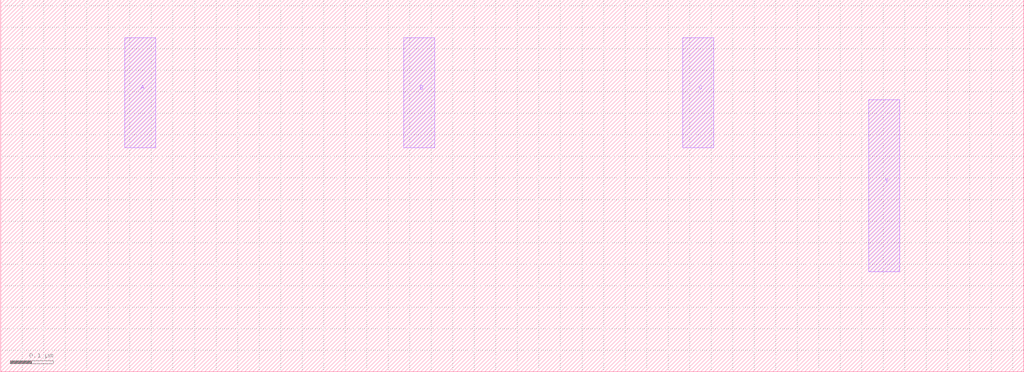
<source format=lef>
VERSION 5.6 ;
BUSBITCHARS "[]" ;
DIVIDERCHAR "/" ;

MACRO AND2x2
  CLASS CORE ;
  ORIGIN 0 0 ;
  FOREIGN AND2x2 0 0 ;
SIZE 1.296 BY 0.432 ;
  SYMMETRY X Y ;
  SITE coreSite ;
  PIN A
    DIRECTION INPUT ;
    USE SIGNAL ;
    PORT
      LAYER M1 ;
RECT 0.72 0.088 0.792 0.344 ;
    END
  END A
  PIN B
    DIRECTION INPUT ;
    USE SIGNAL ;
    PORT
      LAYER M1 ;
RECT 0.936 0.088 1.008 0.344 ;
    END
  END B
  PIN Y
    DIRECTION OUTPUT ;
    USE SIGNAL ;
    PORT
      LAYER M1 ;
RECT 0.288 0.088 0.36 0.344 ;
    END
  END Y
END AND2x2

MACRO AND3x1
  CLASS CORE ;
  ORIGIN 0 0 ;
  FOREIGN AND3x1 0 0 ;
SIZE 1.296 BY 0.432 ;
  SYMMETRY X Y ;
  SITE coreSite ;
  PIN A
    DIRECTION INPUT ;
    USE SIGNAL ;
    PORT
      LAYER M1 ;
RECT 0.936 0.088 1.008 0.344 ;
    END
  END A
  PIN B
    DIRECTION INPUT ;
    USE SIGNAL ;
    PORT
      LAYER M1 ;
RECT 0.72 0.088 0.792 0.344 ;
    END
  END B
  PIN C
    DIRECTION INPUT ;
    USE SIGNAL ;
    PORT
      LAYER M1 ;
RECT 0.504 0.088 0.576 0.344 ;
    END
  END C
  PIN Y
    DIRECTION OUTPUT ;
    USE SIGNAL ;
    PORT
      LAYER M1 ;
RECT 0.072 0.088 0.144 0.344 ;
    END
  END Y
END AND3x1

MACRO AND3x2
  CLASS CORE ;
  ORIGIN 0 0 ;
  FOREIGN AND3x2 0 0 ;
SIZE 1.512 BY 0.432 ;
  SYMMETRY X Y ;
  SITE coreSite ;
  PIN A
    DIRECTION INPUT ;
    USE SIGNAL ;
    PORT
      LAYER M1 ;
RECT 1.152 0.088 1.224 0.344 ;
    END
  END A
  PIN B
    DIRECTION INPUT ;
    USE SIGNAL ;
    PORT
      LAYER M1 ;
RECT 0.936 0.088 1.008 0.344 ;
    END
  END B
  PIN C
    DIRECTION INPUT ;
    USE SIGNAL ;
    PORT
      LAYER M1 ;
RECT 0.72 0.088 0.792 0.344 ;
    END
  END C
  PIN Y
    DIRECTION OUTPUT ;
    USE SIGNAL ;
    PORT
      LAYER M1 ;
RECT 0.288 0.088 0.36 0.344 ;
    END
  END Y
END AND3x2

MACRO AOI21x1
  CLASS CORE ;
  ORIGIN 0 0 ;
  FOREIGN AOI21x1 0 0 ;
SIZE 1.08 BY 0.864 ;
  SYMMETRY X Y ;
  SITE coreSite ;
  PIN A1
    DIRECTION INPUT ;
    USE SIGNAL ;
    PORT
      LAYER M1 ;
RECT 0.504 0.52 0.576 0.776 ;
    END
  END A1
  PIN A2
    DIRECTION INPUT ;
    USE SIGNAL ;
    PORT
      LAYER M1 ;
RECT 0.72 0.088 0.792 0.344 ;
    END
  END A2
  PIN B
    DIRECTION INPUT ;
    USE SIGNAL ;
    PORT
      LAYER M1 ;
RECT 0.288 0.088 0.36 0.344 ;
    END
  END B
  PIN Y
    DIRECTION OUTPUT ;
    USE SIGNAL ;
    PORT
      LAYER M1 ;
RECT 0.072 0.52 0.144 0.776 ;
    END
  END Y
END AOI21x1

MACRO AOI22x1
  CLASS CORE ;
  ORIGIN 0 0 ;
  FOREIGN AOI22x1 0 0 ;
SIZE 1.296 BY 0.864 ;
  SYMMETRY X Y ;
  SITE coreSite ;
  PIN A1
    DIRECTION INPUT ;
    USE SIGNAL ;
    PORT
      LAYER M1 ;
RECT 0.936 0.232 1.008 0.632 ;
    END
  END A1
  PIN A2
    DIRECTION INPUT ;
    USE SIGNAL ;
    PORT
      LAYER M1 ;
RECT 0.72 0.088 0.792 0.344 ;
    END
  END A2
  PIN B1
    DIRECTION INPUT ;
    USE SIGNAL ;
    PORT
      LAYER M1 ;
RECT 0.288 0.52 0.36 0.776 ;
    END
  END B1
  PIN B2
    DIRECTION INPUT ;
    USE SIGNAL ;
    PORT
      LAYER M1 ;
RECT 0.504 0.088 0.576 0.344 ;
    END
  END B2
  PIN Y
    DIRECTION OUTPUT ;
    USE SIGNAL ;
    PORT
      LAYER M1 ;
RECT 0.504 0.52 0.576 0.776 ;
    END
  END Y
END AOI22x1

MACRO BUFx2
  CLASS CORE ;
  ORIGIN 0 0 ;
  FOREIGN BUFx2 0 0 ;
SIZE 1.08 BY 0.432 ;
  SYMMETRY X Y ;
  SITE coreSite ;
  PIN A
    DIRECTION INPUT ;
    USE SIGNAL ;
    PORT
      LAYER M1 ;
RECT 0.72 0.088 0.792 0.344 ;
    END
  END A
  PIN Y
    DIRECTION OUTPUT ;
    USE SIGNAL ;
    PORT
      LAYER M1 ;
RECT 0.288 0.088 0.36 0.344 ;
    END
  END Y
END BUFx2

MACRO BUFx3
  CLASS CORE ;
  ORIGIN 0 0 ;
  FOREIGN BUFx3 0 0 ;
SIZE 1.296 BY 0.432 ;
  SYMMETRY X Y ;
  SITE coreSite ;
  PIN A
    DIRECTION INPUT ;
    USE SIGNAL ;
    PORT
      LAYER M1 ;
RECT 0.936 0.088 1.008 0.344 ;
    END
  END A
  PIN Y
    DIRECTION OUTPUT ;
    USE SIGNAL ;
    PORT
      LAYER M1 ;
RECT 0.072 0.088 0.144 0.344 ;
    END
  END Y
END BUFx3

MACRO BUFx4
  CLASS CORE ;
  ORIGIN 0 0 ;
  FOREIGN BUFx4 0 0 ;
SIZE 1.512 BY 0.432 ;
  SYMMETRY X Y ;
  SITE coreSite ;
  PIN A
    DIRECTION INPUT ;
    USE SIGNAL ;
    PORT
      LAYER M1 ;
RECT 1.152 0.088 1.224 0.344 ;
    END
  END A
  PIN Y
    DIRECTION OUTPUT ;
    USE SIGNAL ;
    PORT
      LAYER M1 ;
RECT 0.288 0.088 0.36 0.344 ;
    END
  END Y
END BUFx4

MACRO BUFx8
  CLASS CORE ;
  ORIGIN 0 0 ;
  FOREIGN BUFx8 0 0 ;
SIZE 2.592 BY 0.432 ;
  SYMMETRY X Y ;
  SITE coreSite ;
  PIN A
    DIRECTION INPUT ;
    USE SIGNAL ;
    PORT
      LAYER M1 ;
RECT 0.288 0.088 0.36 0.344 ;
    END
  END A
  PIN Y
    DIRECTION OUTPUT ;
    USE SIGNAL ;
    PORT
      LAYER M1 ;
RECT 2.232 0.088 2.304 0.344 ;
    END
  END Y
END BUFx8

MACRO DFFHQNx1
  CLASS CORE ;
  ORIGIN 0 0 ;
  FOREIGN DFFHQNx1 0 0 ;
SIZE 1.944 BY 0.864 ;
  SYMMETRY X Y ;
  SITE coreSite ;
  PIN CLK
    DIRECTION OUTPUT ;
    USE CLOCK ;
    PORT
      LAYER M1 ;
RECT 0.072 0.52 0.144 0.776 ;
    END
  END CLK
  PIN D
    DIRECTION INPUT ;
    USE SIGNAL ;
    PORT
      LAYER M1 ;
RECT 0.504 0.088 0.576 0.344 ;
    END
  END D
  PIN QN
    DIRECTION OUTPUT ;
    USE SIGNAL ;
    PORT
      LAYER M1 ;
RECT 1.584 0.088 1.656 0.344 ;
    END
  END QN
  OBS
    LAYER M1 ;
RECT 1.8 0.232 1.872 0.776 ;
RECT 1.584 0.52 1.656 0.776 ;
RECT 1.368 0.088 1.44 0.776 ;
RECT 1.152 0.232 1.224 0.632 ;
RECT 0.936 0.52 1.008 0.776 ;
RECT 0.72 0.088 0.792 0.344 ;
RECT 0.72 0.52 0.792 0.776 ;
RECT 0.504 0.52 0.576 0.776 ;
RECT 0.288 0.232 0.36 0.632 ;
    LAYER M2 ;
RECT 0.916 0.54 1.892 0.612 ;
RECT 0.484 0.684 1.676 0.756 ;
    LAYER V1 ;
RECT 1.8 0.54 1.872 0.612 ;
RECT 1.584 0.684 1.656 0.756 ;
RECT 0.936 0.54 1.008 0.612 ;
RECT 0.504 0.684 0.576 0.756 ;
  END
END DFFHQNx1

MACRO DFFHQNx2
  CLASS CORE ;
  ORIGIN 0 0 ;
  FOREIGN DFFHQNx2 0 0 ;
SIZE 1.944 BY 0.864 ;
  SYMMETRY X Y ;
  SITE coreSite ;
  PIN CLK
    DIRECTION OUTPUT ;
    USE CLOCK ;
    PORT
      LAYER M1 ;
RECT 1.584 0.52 1.656 0.776 ;
    END
  END CLK
  PIN D
    DIRECTION INPUT ;
    USE SIGNAL ;
    PORT
      LAYER M1 ;
RECT 0.936 0.52 1.008 0.776 ;
    END
  END D
  PIN QN
    DIRECTION OUTPUT ;
    USE SIGNAL ;
    PORT
      LAYER M1 ;
RECT 1.152 0.52 1.224 0.776 ;
    END
  END QN
  OBS
    LAYER M1 ;
RECT 1.8 0.088 1.872 0.632 ;
RECT 1.584 0.088 1.656 0.344 ;
RECT 1.368 0.232 1.44 0.776 ;
RECT 0.72 0.088 0.792 0.776 ;
RECT 0.288 0.232 0.36 0.632 ;
RECT 0.072 0.088 0.144 0.776 ;
    LAYER M2 ;
RECT 0.7 0.108 1.676 0.18 ;
    LAYER V1 ;
RECT 1.584 0.108 1.656 0.18 ;
RECT 0.72 0.108 0.792 0.18 ;
  END
END DFFHQNx2

MACRO DFFHQNx3
  CLASS CORE ;
  ORIGIN 0 0 ;
  FOREIGN DFFHQNx3 0 0 ;
SIZE 2.16 BY 0.864 ;
  SYMMETRY X Y ;
  SITE coreSite ;
  PIN CLK
    DIRECTION OUTPUT ;
    USE CLOCK ;
    PORT
      LAYER M1 ;
RECT 1.584 0.52 1.656 0.776 ;
    END
  END CLK
  PIN D
    DIRECTION INPUT ;
    USE SIGNAL ;
    PORT
      LAYER M1 ;
RECT 0.936 0.088 1.008 0.344 ;
    END
  END D
  PIN QN
    DIRECTION OUTPUT ;
    USE SIGNAL ;
    PORT
      LAYER M1 ;
RECT 1.152 0.088 1.224 0.344 ;
    END
  END QN
  OBS
    LAYER M1 ;
RECT 2.016 0.088 2.088 0.632 ;
RECT 1.8 0.232 1.872 0.776 ;
RECT 1.584 0.088 1.656 0.344 ;
RECT 1.368 0.232 1.44 0.776 ;
RECT 0.72 0.088 0.792 0.776 ;
RECT 0.504 0.232 0.576 0.632 ;
RECT 0.288 0.232 0.36 0.776 ;
RECT 0.072 0.088 0.144 0.632 ;
    LAYER M2 ;
RECT 0.484 0.252 1.892 0.324 ;
    LAYER V1 ;
RECT 1.8 0.252 1.872 0.324 ;
RECT 1.584 0.252 1.656 0.324 ;
RECT 0.504 0.252 0.576 0.324 ;
  END
END DFFHQNx3

MACRO DHLx1
  CLASS CORE ;
  ORIGIN 0 0 ;
  FOREIGN DHLx1 0 0 ;
SIZE 1.512 BY 0.864 ;
  SYMMETRY X Y ;
  SITE coreSite ;
  PIN CLK
    DIRECTION OUTPUT ;
    USE CLOCK ;
    PORT
      LAYER M1 ;
RECT 1.152 0.088 1.224 0.344 ;
    END
  END CLK
  PIN D
    DIRECTION INPUT ;
    USE SIGNAL ;
    PORT
      LAYER M1 ;
RECT 0.072 0.52 0.144 0.776 ;
    END
  END D
  PIN Q
    DIRECTION OUTPUT ;
    USE SIGNAL ;
    PORT
      LAYER M1 ;
RECT 0.072 0.088 0.144 0.344 ;
    END
  END Q
  OBS
    LAYER M1 ;
RECT 1.368 0.232 1.44 0.632 ;
RECT 0.936 0.232 1.008 0.632 ;
RECT 0.72 0.232 0.792 0.632 ;
RECT 0.504 0.088 0.576 0.776 ;
RECT 0.288 0.232 0.36 0.632 ;
    LAYER M2 ;
RECT 0.268 0.252 1.028 0.324 ;
    LAYER V1 ;
RECT 0.936 0.252 1.008 0.324 ;
RECT 0.288 0.252 0.36 0.324 ;
  END
END DHLx1

MACRO DHLx2
  CLASS CORE ;
  ORIGIN 0 0 ;
  FOREIGN DHLx2 0 0 ;
SIZE 1.512 BY 0.864 ;
  SYMMETRY X Y ;
  SITE coreSite ;
  PIN CLK
    DIRECTION OUTPUT ;
    USE CLOCK ;
    PORT
      LAYER M1 ;
RECT 1.152 0.52 1.224 0.776 ;
    END
  END CLK
  PIN D
    DIRECTION INPUT ;
    USE SIGNAL ;
    PORT
      LAYER M1 ;
RECT 0.288 0.088 0.36 0.344 ;
    END
  END D
  PIN Q
    DIRECTION OUTPUT ;
    USE SIGNAL ;
    PORT
      LAYER M1 ;
RECT 0.288 0.52 0.36 0.776 ;
    END
  END Q
  OBS
    LAYER M1 ;
RECT 1.152 0.088 1.224 0.344 ;
RECT 0.936 0.232 1.008 0.632 ;
RECT 0.72 0.088 0.792 0.776 ;
RECT 0.504 0.232 0.576 0.632 ;
RECT 0.072 0.232 0.144 0.632 ;
    LAYER M2 ;
RECT 0.052 0.252 1.244 0.324 ;
    LAYER V1 ;
RECT 1.152 0.252 1.224 0.324 ;
RECT 0.072 0.252 0.144 0.324 ;
  END
END DHLx2

MACRO DHLx3
  CLASS CORE ;
  ORIGIN 0 0 ;
  FOREIGN DHLx3 0 0 ;
SIZE 1.728 BY 0.864 ;
  SYMMETRY X Y ;
  SITE coreSite ;
  PIN CLK
    DIRECTION OUTPUT ;
    USE CLOCK ;
    PORT
      LAYER M1 ;
RECT 0.936 0.52 1.008 0.776 ;
    END
  END CLK
  PIN D
    DIRECTION INPUT ;
    USE SIGNAL ;
    PORT
      LAYER M1 ;
RECT 1.368 0.088 1.44 0.344 ;
    END
  END D
  PIN Q
    DIRECTION OUTPUT ;
    USE SIGNAL ;
    PORT
      LAYER M1 ;
RECT 0.288 0.232 0.36 0.632 ;
    END
  END Q
  OBS
    LAYER M1 ;
RECT 1.152 0.088 1.224 0.632 ;
RECT 0.936 0.088 1.008 0.344 ;
RECT 0.72 0.232 0.792 0.632 ;
RECT 0.504 0.232 0.576 0.776 ;
    LAYER M2 ;
RECT 0.7 0.252 1.028 0.324 ;
    LAYER V1 ;
RECT 0.936 0.252 1.008 0.324 ;
RECT 0.72 0.252 0.792 0.324 ;
  END
END DHLx3

MACRO FAx1
  CLASS CORE ;
  ORIGIN 0 0 ;
  FOREIGN FAx1 0 0 ;
SIZE 1.512 BY 1.296 ;
  SYMMETRY X Y ;
  SITE coreSite ;
  PIN A
    DIRECTION INPUT ;
    USE SIGNAL ;
    PORT
      LAYER M1 ;
RECT 1.152 0.52 1.224 1.064 ;
    END
  END A
  PIN B
    DIRECTION INPUT ;
    USE SIGNAL ;
    PORT
      LAYER M1 ;
RECT 0.504 0.232 0.576 1.064 ;
    END
  END B
  PIN CI
    DIRECTION INPUT ;
    USE SIGNAL ;
    PORT
      LAYER M1 ;
RECT 0.288 0.088 0.36 1.064 ;
    END
  END CI
  PIN CON
    DIRECTION OUTPUT ;
    USE SIGNAL ;
    PORT
      LAYER M1 ;
RECT 1.368 0.232 1.44 1.064 ;
    END
  END CON
  PIN SN
    DIRECTION OUTPUT ;
    USE SIGNAL ;
    PORT
      LAYER M1 ;
RECT 0.072 0.952 0.144 1.208 ;
    END
  END SN
  OBS
    LAYER M1 ;
RECT 0.936 0.232 1.008 0.776 ;
  END
END FAx1

MACRO INVx1
  CLASS CORE ;
  ORIGIN 0 0 ;
  FOREIGN INVx1 0 0 ;
SIZE 0.648 BY 0.432 ;
  SYMMETRY X Y ;
  SITE coreSite ;
  PIN A
    DIRECTION INPUT ;
    USE SIGNAL ;
    PORT
      LAYER M1 ;
RECT 0.288 0.088 0.36 0.344 ;
    END
  END A
  PIN Y
    DIRECTION OUTPUT ;
    USE SIGNAL ;
    PORT
      LAYER M1 ;
RECT 0.072 0.088 0.144 0.344 ;
    END
  END Y
END INVx1

MACRO INVx2
  CLASS CORE ;
  ORIGIN 0 0 ;
  FOREIGN INVx2 0 0 ;
SIZE 0.864 BY 0.432 ;
  SYMMETRY X Y ;
  SITE coreSite ;
  PIN A
    DIRECTION INPUT ;
    USE SIGNAL ;
    PORT
      LAYER M1 ;
RECT 0.288 0.088 0.36 0.344 ;
    END
  END A
  PIN Y
    DIRECTION OUTPUT ;
    USE SIGNAL ;
    PORT
      LAYER M1 ;
RECT 0.504 0.088 0.576 0.344 ;
    END
  END Y
END INVx2

MACRO INVx4
  CLASS CORE ;
  ORIGIN 0 0 ;
  FOREIGN INVx4 0 0 ;
SIZE 1.296 BY 0.432 ;
  SYMMETRY X Y ;
  SITE coreSite ;
  PIN A
    DIRECTION INPUT ;
    USE SIGNAL ;
    PORT
      LAYER M1 ;
RECT 0.936 0.088 1.008 0.344 ;
    END
  END A
  PIN Y
    DIRECTION OUTPUT ;
    USE SIGNAL ;
    PORT
      LAYER M1 ;
RECT 0.288 0.088 0.36 0.344 ;
    END
  END Y
END INVx4

MACRO INVx8
  CLASS CORE ;
  ORIGIN 0 0 ;
  FOREIGN INVx8 0 0 ;
SIZE 2.16 BY 0.432 ;
  SYMMETRY X Y ;
  SITE coreSite ;
  PIN A
    DIRECTION INPUT ;
    USE SIGNAL ;
    PORT
      LAYER M1 ;
RECT 0.288 0.088 0.36 0.344 ;
    END
  END A
  PIN Y
    DIRECTION OUTPUT ;
    USE SIGNAL ;
    PORT
      LAYER M1 ;
RECT 1.8 0.088 1.872 0.344 ;
    END
  END Y
END INVx8

MACRO NAND2x1
  CLASS CORE ;
  ORIGIN 0 0 ;
  FOREIGN NAND2x1 0 0 ;
SIZE 1.296 BY 0.432 ;
  SYMMETRY X Y ;
  SITE coreSite ;
  PIN A
    DIRECTION INPUT ;
    USE SIGNAL ;
    PORT
      LAYER M1 ;
RECT 0.936 0.088 1.008 0.344 ;
    END
  END A
  PIN B
    DIRECTION INPUT ;
    USE SIGNAL ;
    PORT
      LAYER M1 ;
RECT 0.072 0.088 0.144 0.344 ;
    END
  END B
  PIN Y
    DIRECTION OUTPUT ;
    USE SIGNAL ;
    PORT
      LAYER M2 ;
RECT 0.484 0.252 1.244 0.324 ;
      LAYER M1 ;
RECT 1.152 0.088 1.224 0.344 ;
RECT 0.504 0.088 0.576 0.344 ;
      LAYER V1 ;
RECT 0.504 0.252 0.576 0.324 ;
RECT 1.152 0.252 1.224 0.324 ;
    END
  END Y
  OBS
    LAYER M1 ;
RECT 0.72 0.088 0.792 0.344 ;
RECT 0.288 0.088 0.36 0.344 ;
    LAYER M2 ;
RECT 0.268 0.108 0.812 0.18 ;
    LAYER V1 ;
RECT 0.72 0.108 0.792 0.18 ;
RECT 0.288 0.108 0.36 0.18 ;
  END
END NAND2x1

MACRO NAND2x2
  CLASS CORE ;
  ORIGIN 0 0 ;
  FOREIGN NAND2x2 0 0 ;
SIZE 2.16 BY 0.432 ;
  SYMMETRY X Y ;
  SITE coreSite ;
  PIN A
    DIRECTION INPUT ;
    USE SIGNAL ;
    PORT
      LAYER M1 ;
RECT 1.8 0.088 1.872 0.344 ;
    END
  END A
  PIN B
    DIRECTION INPUT ;
    USE SIGNAL ;
    PORT
      LAYER M1 ;
RECT 0.072 0.088 0.144 0.344 ;
    END
  END B
  PIN Y
    DIRECTION OUTPUT ;
    USE SIGNAL ;
    PORT
      LAYER M2 ;
RECT 0.484 0.108 1.46 0.18 ;
      LAYER M1 ;
RECT 1.368 0.088 1.44 0.344 ;
RECT 0.936 0.088 1.008 0.344 ;
RECT 0.504 0.088 0.576 0.344 ;
      LAYER V1 ;
RECT 0.504 0.108 0.576 0.18 ;
RECT 0.936 0.108 1.008 0.18 ;
RECT 1.368 0.108 1.44 0.18 ;
    END
  END Y
  OBS
    LAYER M1 ;
RECT 1.584 0.088 1.656 0.344 ;
RECT 1.152 0.088 1.224 0.344 ;
RECT 0.72 0.088 0.792 0.344 ;
RECT 0.288 0.088 0.36 0.344 ;
    LAYER M2 ;
RECT 0.268 0.252 1.676 0.324 ;
    LAYER V1 ;
RECT 1.584 0.252 1.656 0.324 ;
RECT 1.152 0.252 1.224 0.324 ;
RECT 0.72 0.252 0.792 0.324 ;
RECT 0.288 0.252 0.36 0.324 ;
  END
END NAND2x2

MACRO NAND3x1
  CLASS CORE ;
  ORIGIN 0 0 ;
  FOREIGN NAND3x1 0 0 ;
SIZE 1.512 BY 0.864 ;
  SYMMETRY X Y ;
  SITE coreSite ;
  PIN A
    DIRECTION INPUT ;
    USE SIGNAL ;
    PORT
      LAYER M1 ;
RECT 0.072 0.088 0.144 0.344 ;
    END
  END A
  PIN B
    DIRECTION INPUT ;
    USE SIGNAL ;
    PORT
      LAYER M1 ;
RECT 1.152 0.52 1.224 0.776 ;
    END
  END B
  PIN C
    DIRECTION INPUT ;
    USE SIGNAL ;
    PORT
      LAYER M1 ;
RECT 0.72 0.52 0.792 0.776 ;
    END
  END C
  PIN Y
    DIRECTION OUTPUT ;
    USE SIGNAL ;
    PORT
      LAYER M2 ;
RECT 0.484 0.252 1.244 0.324 ;
      LAYER M1 ;
RECT 1.152 0.088 1.224 0.344 ;
RECT 0.936 0.088 1.008 0.344 ;
RECT 0.504 0.088 0.576 0.344 ;
      LAYER V1 ;
RECT 0.504 0.252 0.576 0.324 ;
RECT 0.936 0.252 1.008 0.324 ;
RECT 1.152 0.252 1.224 0.324 ;
    END
  END Y
  OBS
    LAYER M1 ;
RECT 0.72 0.088 0.792 0.344 ;
RECT 0.288 0.088 0.36 0.344 ;
    LAYER M2 ;
RECT 0.268 0.108 0.812 0.18 ;
    LAYER V1 ;
RECT 0.72 0.108 0.792 0.18 ;
RECT 0.288 0.108 0.36 0.18 ;
  END
END NAND3x1

MACRO NAND3x2
  CLASS CORE ;
  ORIGIN 0 0 ;
  FOREIGN NAND3x2 0 0 ;
SIZE 2.376 BY 0.864 ;
  SYMMETRY X Y ;
  SITE coreSite ;
  PIN A
    DIRECTION INPUT ;
    USE SIGNAL ;
    PORT
      LAYER M1 ;
RECT 0.288 0.52 0.36 0.776 ;
    END
  END A
  PIN B
    DIRECTION INPUT ;
    USE SIGNAL ;
    PORT
      LAYER M1 ;
RECT 0.936 0.52 1.008 0.776 ;
    END
  END B
  PIN C
    DIRECTION INPUT ;
    USE SIGNAL ;
    PORT
      LAYER M1 ;
RECT 1.584 0.52 1.656 0.776 ;
    END
  END C
  PIN Y
    DIRECTION OUTPUT ;
    USE SIGNAL ;
    PORT
      LAYER M1 ;
RECT 2.016 0.232 2.088 0.632 ;
    END
  END Y
END NAND3x2

MACRO NOR2x1
  CLASS CORE ;
  ORIGIN 0 0 ;
  FOREIGN NOR2x1 0 0 ;
SIZE 1.296 BY 0.432 ;
  SYMMETRY X Y ;
  SITE coreSite ;
  PIN A
    DIRECTION INPUT ;
    USE SIGNAL ;
    PORT
      LAYER M1 ;
RECT 0.288 0.088 0.36 0.344 ;
    END
  END A
  PIN B
    DIRECTION INPUT ;
    USE SIGNAL ;
    PORT
      LAYER M1 ;
RECT 0.936 0.088 1.008 0.344 ;
    END
  END B
  PIN Y
    DIRECTION OUTPUT ;
    USE SIGNAL ;
    PORT
      LAYER M2 ;
RECT 0.052 0.108 0.812 0.18 ;
      LAYER M1 ;
RECT 0.72 0.088 0.792 0.344 ;
RECT 0.072 0.088 0.144 0.344 ;
      LAYER V1 ;
RECT 0.072 0.108 0.144 0.18 ;
RECT 0.72 0.108 0.792 0.18 ;
    END
  END Y
  OBS
    LAYER M1 ;
RECT 1.152 0.088 1.224 0.344 ;
RECT 0.504 0.088 0.576 0.344 ;
    LAYER M2 ;
RECT 0.484 0.252 1.244 0.324 ;
    LAYER V1 ;
RECT 1.152 0.252 1.224 0.324 ;
RECT 0.504 0.252 0.576 0.324 ;
  END
END NOR2x1

MACRO NOR2x2
  CLASS CORE ;
  ORIGIN 0 0 ;
  FOREIGN NOR2x2 0 0 ;
SIZE 2.16 BY 0.432 ;
  SYMMETRY X Y ;
  SITE coreSite ;
  PIN A
    DIRECTION INPUT ;
    USE SIGNAL ;
    PORT
      LAYER M1 ;
RECT 0.072 0.088 0.144 0.344 ;
    END
  END A
  PIN B
    DIRECTION INPUT ;
    USE SIGNAL ;
    PORT
      LAYER M1 ;
RECT 1.8 0.088 1.872 0.344 ;
    END
  END B
  PIN Y
    DIRECTION OUTPUT ;
    USE SIGNAL ;
    PORT
      LAYER M2 ;
RECT 0.484 0.252 1.676 0.324 ;
      LAYER M1 ;
RECT 1.584 0.088 1.656 0.344 ;
RECT 1.152 0.088 1.224 0.344 ;
RECT 0.504 0.088 0.576 0.344 ;
      LAYER V1 ;
RECT 0.504 0.252 0.576 0.324 ;
RECT 1.152 0.252 1.224 0.324 ;
RECT 1.584 0.252 1.656 0.324 ;
    END
  END Y
  OBS
    LAYER M1 ;
RECT 2.016 0.088 2.088 0.344 ;
RECT 1.368 0.088 1.44 0.344 ;
RECT 0.936 0.088 1.008 0.344 ;
RECT 0.72 0.088 0.792 0.344 ;
RECT 0.288 0.088 0.36 0.344 ;
    LAYER M2 ;
RECT 0.916 0.108 2.108 0.18 ;
RECT 0.268 0.108 0.812 0.18 ;
    LAYER V1 ;
RECT 2.016 0.108 2.088 0.18 ;
RECT 1.368 0.108 1.44 0.18 ;
RECT 0.936 0.108 1.008 0.18 ;
RECT 0.72 0.108 0.792 0.18 ;
RECT 0.288 0.108 0.36 0.18 ;
  END
END NOR2x2

MACRO NOR3x1
  CLASS CORE ;
  ORIGIN 0 0 ;
  FOREIGN NOR3x1 0 0 ;
SIZE 1.512 BY 0.864 ;
  SYMMETRY X Y ;
  SITE coreSite ;
  PIN A
    DIRECTION INPUT ;
    USE SIGNAL ;
    PORT
      LAYER M1 ;
RECT 0.072 0.52 0.144 0.776 ;
    END
  END A
  PIN B
    DIRECTION INPUT ;
    USE SIGNAL ;
    PORT
      LAYER M1 ;
RECT 0.936 0.088 1.008 0.344 ;
    END
  END B
  PIN C
    DIRECTION INPUT ;
    USE SIGNAL ;
    PORT
      LAYER M1 ;
RECT 0.72 0.088 0.792 0.344 ;
    END
  END C
  PIN Y
    DIRECTION OUTPUT ;
    USE SIGNAL ;
    PORT
      LAYER M2 ;
RECT 0.484 0.684 1.244 0.756 ;
      LAYER M1 ;
RECT 1.152 0.52 1.224 0.776 ;
RECT 0.936 0.52 1.008 0.776 ;
RECT 0.504 0.52 0.576 0.776 ;
      LAYER V1 ;
RECT 0.504 0.684 0.576 0.756 ;
RECT 0.936 0.684 1.008 0.756 ;
RECT 1.152 0.684 1.224 0.756 ;
    END
  END Y
  OBS
    LAYER M1 ;
RECT 0.72 0.52 0.792 0.776 ;
RECT 0.288 0.232 0.36 0.632 ;
    LAYER M2 ;
RECT 0.268 0.54 0.812 0.612 ;
    LAYER V1 ;
RECT 0.72 0.54 0.792 0.612 ;
RECT 0.288 0.54 0.36 0.612 ;
  END
END NOR3x1

MACRO NOR3x2
  CLASS CORE ;
  ORIGIN 0 0 ;
  FOREIGN NOR3x2 0 0 ;
SIZE 2.376 BY 0.864 ;
  SYMMETRY X Y ;
  SITE coreSite ;
  PIN A
    DIRECTION INPUT ;
    USE SIGNAL ;
    PORT
      LAYER M1 ;
RECT 2.016 0.088 2.088 0.344 ;
    END
  END A
  PIN B
    DIRECTION INPUT ;
    USE SIGNAL ;
    PORT
      LAYER M1 ;
RECT 0.936 0.088 1.008 0.344 ;
    END
  END B
  PIN C
    DIRECTION INPUT ;
    USE SIGNAL ;
    PORT
      LAYER M1 ;
RECT 0.72 0.232 0.792 0.632 ;
    END
  END C
  PIN Y
    DIRECTION OUTPUT ;
    USE SIGNAL ;
    PORT
      LAYER M1 ;
RECT 0.504 0.088 0.576 0.776 ;
    END
  END Y
END NOR3x2

MACRO OAI21x1
  CLASS CORE ;
  ORIGIN 0 0 ;
  FOREIGN OAI21x1 0 0 ;
SIZE 1.08 BY 0.864 ;
  SYMMETRY X Y ;
  SITE coreSite ;
  PIN A1
    DIRECTION INPUT ;
    USE SIGNAL ;
    PORT
      LAYER M1 ;
RECT 0.72 0.52 0.792 0.776 ;
    END
  END A1
  PIN A2
    DIRECTION INPUT ;
    USE SIGNAL ;
    PORT
      LAYER M1 ;
RECT 0.504 0.232 0.576 0.632 ;
    END
  END A2
  PIN B
    DIRECTION INPUT ;
    USE SIGNAL ;
    PORT
      LAYER M1 ;
RECT 0.288 0.088 0.36 0.344 ;
    END
  END B
  PIN Y
    DIRECTION OUTPUT ;
    USE SIGNAL ;
    PORT
      LAYER M1 ;
RECT 0.288 0.52 0.36 0.776 ;
    END
  END Y
  OBS
    LAYER M1 ;
RECT 0.72 0.088 0.792 0.344 ;
  END
END OAI21x1

MACRO OAI22x1
  CLASS CORE ;
  ORIGIN 0 0 ;
  FOREIGN OAI22x1 0 0 ;
SIZE 1.296 BY 0.864 ;
  SYMMETRY X Y ;
  SITE coreSite ;
  PIN A1
    DIRECTION INPUT ;
    USE SIGNAL ;
    PORT
      LAYER M1 ;
RECT 0.288 0.52 0.36 0.776 ;
    END
  END A1
  PIN A2
    DIRECTION INPUT ;
    USE SIGNAL ;
    PORT
      LAYER M1 ;
RECT 0.504 0.088 0.576 0.344 ;
    END
  END A2
  PIN B1
    DIRECTION INPUT ;
    USE SIGNAL ;
    PORT
      LAYER M1 ;
RECT 0.936 0.232 1.008 0.632 ;
    END
  END B1
  PIN B2
    DIRECTION INPUT ;
    USE SIGNAL ;
    PORT
      LAYER M1 ;
RECT 0.72 0.52 0.792 0.776 ;
    END
  END B2
  PIN Y
    DIRECTION OUTPUT ;
    USE SIGNAL ;
    PORT
      LAYER M1 ;
RECT 0.72 0.088 0.792 0.344 ;
    END
  END Y
  OBS
    LAYER M1 ;
RECT 0.504 0.52 0.576 0.776 ;
  END
END OAI22x1

MACRO OR2x2
  CLASS CORE ;
  ORIGIN 0 0 ;
  FOREIGN OR2x2 0 0 ;
SIZE 1.296 BY 0.432 ;
  SYMMETRY X Y ;
  SITE coreSite ;
  PIN A
    DIRECTION INPUT ;
    USE SIGNAL ;
    PORT
      LAYER M1 ;
RECT 0.72 0.088 0.792 0.344 ;
    END
  END A
  PIN B
    DIRECTION INPUT ;
    USE SIGNAL ;
    PORT
      LAYER M1 ;
RECT 0.936 0.088 1.008 0.344 ;
    END
  END B
  PIN Y
    DIRECTION OUTPUT ;
    USE SIGNAL ;
    PORT
      LAYER M1 ;
RECT 0.288 0.088 0.36 0.344 ;
    END
  END Y
END OR2x2

MACRO OR3x1
  CLASS CORE ;
  ORIGIN 0 0 ;
  FOREIGN OR3x1 0 0 ;
SIZE 1.296 BY 0.432 ;
  SYMMETRY X Y ;
  SITE coreSite ;
  PIN A
    DIRECTION INPUT ;
    USE SIGNAL ;
    PORT
      LAYER M1 ;
RECT 0.936 0.088 1.008 0.344 ;
    END
  END A
  PIN B
    DIRECTION INPUT ;
    USE SIGNAL ;
    PORT
      LAYER M1 ;
RECT 0.72 0.088 0.792 0.344 ;
    END
  END B
  PIN C
    DIRECTION INPUT ;
    USE SIGNAL ;
    PORT
      LAYER M1 ;
RECT 0.504 0.088 0.576 0.344 ;
    END
  END C
  PIN Y
    DIRECTION OUTPUT ;
    USE SIGNAL ;
    PORT
      LAYER M1 ;
RECT 0.072 0.088 0.144 0.344 ;
    END
  END Y
END OR3x1

MACRO OR3x2
  CLASS CORE ;
  ORIGIN 0 0 ;
  FOREIGN OR3x2 0 0 ;
SIZE 1.512 BY 0.432 ;
  SYMMETRY X Y ;
  SITE coreSite ;
  PIN A
    DIRECTION INPUT ;
    USE SIGNAL ;
    PORT
      LAYER M1 ;
RECT 1.152 0.088 1.224 0.344 ;
    END
  END A
  PIN B
    DIRECTION INPUT ;
    USE SIGNAL ;
    PORT
      LAYER M1 ;
RECT 0.936 0.088 1.008 0.344 ;
    END
  END B
  PIN C
    DIRECTION INPUT ;
    USE SIGNAL ;
    PORT
      LAYER M1 ;
RECT 0.72 0.088 0.792 0.344 ;
    END
  END C
  PIN Y
    DIRECTION OUTPUT ;
    USE SIGNAL ;
    PORT
      LAYER M1 ;
RECT 0.288 0.088 0.36 0.344 ;
    END
  END Y
END OR3x2

MACRO XNOR2x1
  CLASS CORE ;
  ORIGIN 0 0 ;
  FOREIGN XNOR2x1 0 0 ;
SIZE 1.512 BY 0.864 ;
  SYMMETRY X Y ;
  SITE coreSite ;
  PIN A
    DIRECTION INPUT ;
    USE SIGNAL ;
    PORT
      LAYER M1 ;
RECT 0.288 0.088 0.36 0.344 ;
    END
  END A
  PIN B
    DIRECTION INPUT ;
    USE SIGNAL ;
    PORT
      LAYER M1 ;
RECT 0.504 0.52 0.576 0.776 ;
    END
  END B
  PIN Y
    DIRECTION OUTPUT ;
    USE SIGNAL ;
    PORT
      LAYER M1 ;
RECT 0.504 0.088 0.576 0.344 ;
    END
  END Y
  OBS
    LAYER M1 ;
RECT 0.936 0.232 1.008 0.776 ;
RECT 0.288 0.52 0.36 0.776 ;
  END
END XNOR2x1

MACRO XOR2x1
  CLASS CORE ;
  ORIGIN 0 0 ;
  FOREIGN XOR2x1 0 0 ;
SIZE 1.512 BY 0.864 ;
  SYMMETRY X Y ;
  SITE coreSite ;
  PIN A
    DIRECTION INPUT ;
    USE SIGNAL ;
    PORT
      LAYER M1 ;
RECT 0.288 0.52 0.36 0.776 ;
    END
  END A
  PIN B
    DIRECTION INPUT ;
    USE SIGNAL ;
    PORT
      LAYER M1 ;
RECT 1.152 0.232 1.224 0.632 ;
    END
  END B
  PIN Y
    DIRECTION OUTPUT ;
    USE SIGNAL ;
    PORT
      LAYER M2 ;
RECT 0.484 0.252 0.812 0.324 ;
      LAYER M1 ;
RECT 0.72 0.232 0.792 0.632 ;
RECT 0.504 0.088 0.576 0.344 ;
      LAYER V1 ;
RECT 0.504 0.252 0.576 0.324 ;
RECT 0.72 0.252 0.792 0.324 ;
    END
  END Y
END XOR2x1

END LIBRARY

</source>
